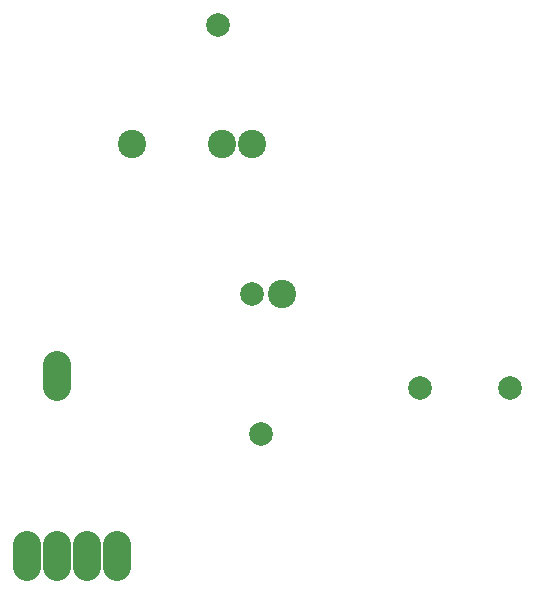
<source format=gts>
%FSLAX34Y34*%
%MOMM*%
%LNSOLDERMASK_TOP*%
G71*
G01*
%ADD10C, 2.00*%
%ADD11C, 2.40*%
%ADD12C, 2.40*%
%LPD*%
X1034600Y613313D02*
G54D10*
D03*
X787400Y920750D02*
G54D10*
D03*
X958400Y613313D02*
G54D10*
D03*
X823913Y574675D02*
G54D10*
D03*
X815975Y693738D02*
G54D10*
D03*
G54D11*
X650875Y632888D02*
X650875Y614888D01*
X790575Y820738D02*
G54D12*
D03*
X815975Y820738D02*
G54D12*
D03*
G54D11*
X625475Y480488D02*
X625475Y462488D01*
X714375Y820738D02*
G54D12*
D03*
G54D11*
X650875Y480488D02*
X650875Y462488D01*
G54D11*
X676275Y480488D02*
X676275Y462488D01*
X841375Y693738D02*
G54D12*
D03*
G54D11*
X701675Y480488D02*
X701675Y462488D01*
M02*

</source>
